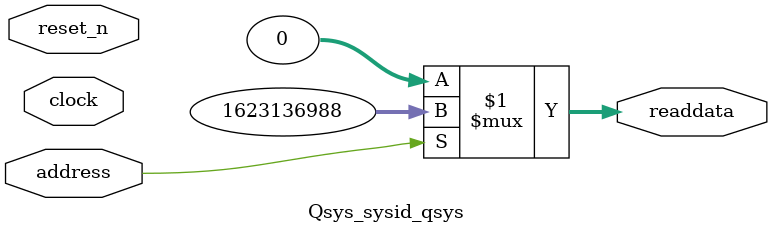
<source format=v>



// synthesis translate_off
`timescale 1ns / 1ps
// synthesis translate_on

// turn off superfluous verilog processor warnings 
// altera message_level Level1 
// altera message_off 10034 10035 10036 10037 10230 10240 10030 

module Qsys_sysid_qsys (
               // inputs:
                address,
                clock,
                reset_n,

               // outputs:
                readdata
             )
;

  output  [ 31: 0] readdata;
  input            address;
  input            clock;
  input            reset_n;

  wire    [ 31: 0] readdata;
  //control_slave, which is an e_avalon_slave
  assign readdata = address ? 1623136988 : 0;

endmodule



</source>
